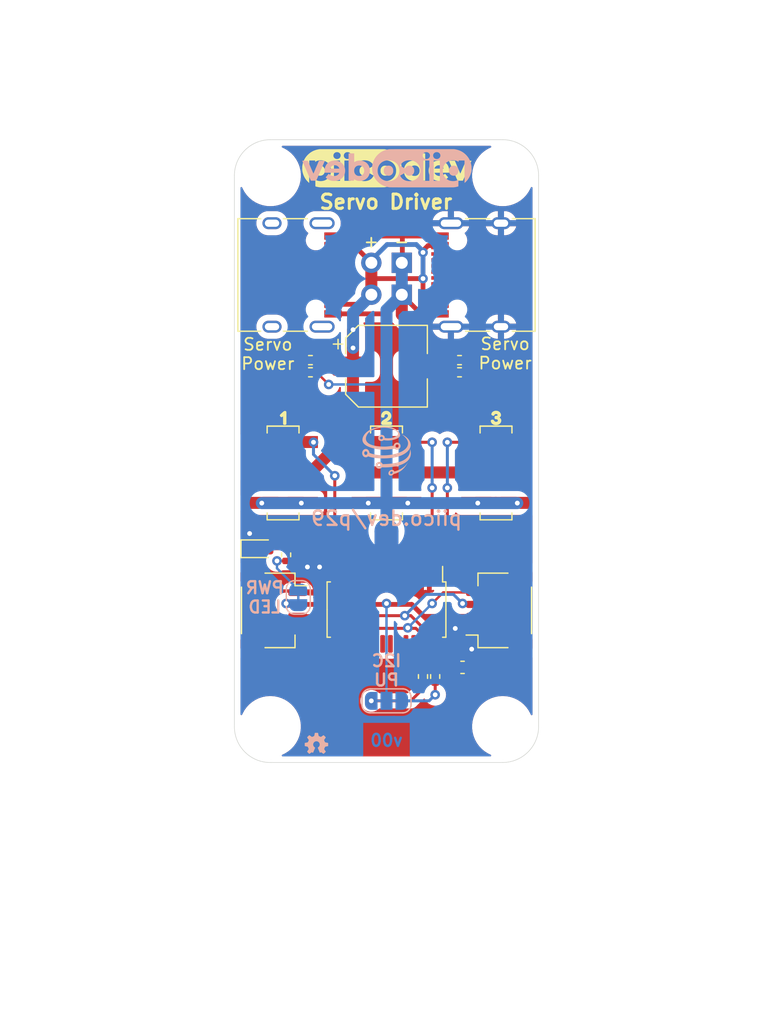
<source format=kicad_pcb>
(kicad_pcb (version 20211014) (generator pcbnew)
  (layers (0 "F.Cu" signal) (31 "B.Cu" signal) (34 "B.Paste" user) (35 "F.Paste" user) (36 "B.SilkS" user "B.Silkscreen") (37 "F.SilkS" user "F.Silkscreen") (38 "B.Mask" user) (39 "F.Mask" user) (44 "Edge.Cuts" user))
  (net 0 "")
  (net 1 "+3V3")
  (net 2 "GND")
  (net 3 "Net-(D1-Pad2)")
  (net 4 "/SCL")
  (net 5 "/SDA")
  (net 6 "Net-(JP2-Pad1)")
  (net 7 "Net-(JP2-Pad3)")
  (net 8 "/SERVO1")
  (net 9 "/SERVO2")
  (net 10 "/SERVO3")
  (net 24 "+5V")
  (net 25 "Net-(J8-PadA5)")
  (net 29 "Net-(J8-PadB5)")
  (net 33 "Net-(J9-PadA5)")
  (net 37 "Net-(J9-PadB5)")
  (net 43 "GNDPWR")
  (net 44 "Net-(R1-Pad1)")
  (footprint "Connector_JST:JST_SH_SM04B-SRSS-TB_1x04-1MP_P1.00mm_Horizontal" (layer "F.Cu") (at 106.7054 101.346 90)
    (fp_text reference "J2" hide)
    (fp_text value " ")
    (pad "1" smd roundrect locked (at -1.5 -2 90) (size 0.6 1.55) (layers "F.Cu" "F.Paste" "F.Mask") (net 2 "GND"))
    (pad "2" smd roundrect locked (at -0.5 -2 90) (size 0.6 1.55) (layers "F.Cu" "F.Paste" "F.Mask") (net 1 "+3V3"))
    (pad "3" smd roundrect locked (at 0.5 -2 90) (size 0.6 1.55) (layers "F.Cu" "F.Paste" "F.Mask") (net 5 "/SDA"))
    (pad "4" smd roundrect locked (at 1.5 -2 90) (size 0.6 1.55) (layers "F.Cu" "F.Paste" "F.Mask") (net 4 "/SCL"))
    (pad "MP" smd roundrect locked (at -2.8 1.875 90) (size 1.2 1.8) (layers "F.Cu" "F.Paste" "F.Mask") (roundrect_rratio 0.2083333333))
    (pad "MP" smd roundrect locked (at 2.8 1.875 90) (size 1.2 1.8) (layers "F.Cu" "F.Paste" "F.Mask") (roundrect_rratio 0.2083333333))
  )
  (footprint "CoreElectronics_Components:MountingHole_2.7mm_M2.5_PadClearance_1.2" (layer "F.Cu") (at 87.582 65.046)
    (fp_text reference "H1" hide)
    (fp_text value "MountingHole" hide)
    (pad "" np_thru_hole circle locked (at 0 0) (size 2.7 2.7) (drill 2.7) (layers *.Cu *.Mask))
  )
  (footprint "Fiducial:Fiducial_1mm_Mask2mm" (layer "F.Cu") (at 91.44 112.708)
    (fp_text reference "FID1" hide)
    (fp_text value "Fiducial" hide)
    (pad "" smd circle locked (at 0 0) (size 1 1) (layers "F.Cu" "F.Mask") (clearance 0.5))
  )
  (footprint "CoreElectronics_Components:MountingHole_2.7mm_M2.5_PadClearance_1.2" (layer "F.Cu") (at 106.982 65.046)
    (fp_text reference "H2" hide)
    (fp_text value "MountingHole" hide)
    (pad "" np_thru_hole circle locked (at 0 0) (size 2.7 2.7) (drill 2.7) (layers *.Cu *.Mask))
  )
  (footprint "Fiducial:Fiducial_1mm_Mask2mm" (layer "F.Cu") (at 108.0516 71.433)
    (fp_text reference "FID2" hide)
    (fp_text value "Fiducial" hide)
    (pad "" smd circle locked (at 0 0) (size 1 1) (layers "F.Cu" "F.Mask") (clearance 0.5))
  )
  (footprint "Resistor_SMD:R_0402_1005Metric" (layer "F.Cu") (at 88.9 96.706 90)
    (fp_text reference "R1" hide)
    (fp_text value "10k")
    (pad "1" smd roundrect locked (at -0.51 0 90) (size 0.54 0.64) (layers "F.Cu" "F.Paste" "F.Mask") (net 44 "Net-(R1-Pad1)"))
    (pad "2" smd roundrect locked (at 0.51 0 90) (size 0.54 0.64) (layers "F.Cu" "F.Paste" "F.Mask") (net 3 "Net-(D1-Pad2)"))
  )
  (footprint "LED_SMD:LED_0603_1608Metric" (layer "F.Cu") (at 86.614 96.198)
    (fp_text reference "D1" hide)
    (fp_text value "LED")
    (pad "1" smd roundrect locked (at -0.7875 0) (size 0.875 0.95) (layers "F.Cu" "F.Paste" "F.Mask") (net 2 "GND"))
    (pad "2" smd roundrect locked (at 0.7875 0) (size 0.875 0.95) (layers "F.Cu" "F.Paste" "F.Mask") (net 3 "Net-(D1-Pad2)"))
  )
  (footprint "Connector_JST:JST_SH_SM04B-SRSS-TB_1x04-1MP_P1.00mm_Horizontal" (layer "F.Cu") (at 87.8586 101.346 -90)
    (fp_text reference "J1" hide)
    (fp_text value " " hide)
    (pad "1" smd roundrect (at -1.5 -2 270) (size 0.6 1.55) (layers "F.Cu" "F.Paste" "F.Mask") (net 2 "GND"))
    (pad "2" smd roundrect (at -0.5 -2 270) (size 0.6 1.55) (layers "F.Cu" "F.Paste" "F.Mask") (net 1 "+3V3"))
    (pad "3" smd roundrect (at 0.5 -2 270) (size 0.6 1.55) (layers "F.Cu" "F.Paste" "F.Mask") (net 5 "/SDA"))
    (pad "4" smd roundrect (at 1.5 -2 270) (size 0.6 1.55) (layers "F.Cu" "F.Paste" "F.Mask") (net 4 "/SCL"))
    (pad "MP" smd roundrect (at 2.8 1.875 270) (size 1.2 1.8) (layers "F.Cu" "F.Paste" "F.Mask") (roundrect_rratio 0.2083333333))
    (pad "MP" smd roundrect (at -2.8 1.875 270) (size 1.2 1.8) (layers "F.Cu" "F.Paste" "F.Mask") (roundrect_rratio 0.2083333333))
  )
  (footprint "Resistor_SMD:R_0402_1005Metric" (layer "F.Cu") (at 100.33 106.866 90)
    (fp_text reference "R2" hide)
    (fp_text value "10k")
    (pad "1" smd roundrect locked (at -0.51 0 90) (size 0.54 0.64) (layers "F.Cu" "F.Paste" "F.Mask") (net 7 "Net-(JP2-Pad3)"))
    (pad "2" smd roundrect locked (at 0.51 0 90) (size 0.54 0.64) (layers "F.Cu" "F.Paste" "F.Mask") (net 4 "/SCL"))
  )
  (footprint "CoreElectronics_Artwork:piicodev_logo_14.2x3.4mm" (layer "F.Cu") (at 97.329859 64.5352)
    (fp_text reference "G1" hide)
    (fp_text value "LOGO_PiicoDev" hide)
  )
  (footprint "Resistor_SMD:R_0402_1005Metric" (layer "F.Cu") (at 101.346 106.866 90)
    (fp_text reference "R3" hide)
    (fp_text value "10k")
    (pad "1" smd roundrect locked (at -0.51 0 90) (size 0.54 0.64) (layers "F.Cu" "F.Paste" "F.Mask") (net 6 "Net-(JP2-Pad1)"))
    (pad "2" smd roundrect locked (at 0.51 0 90) (size 0.54 0.64) (layers "F.Cu" "F.Paste" "F.Mask") (net 5 "/SDA"))
  )
  (footprint "Connector_USB:USB_C_Receptacle_HRO_TYPE-C-31-M-12" (layer "F.Cu") (at 105.791 73.338 90)
    (fp_text reference "J8" hide)
    (fp_text value "USB_C_Receptacle_USB2.0")
    (pad "" np_thru_hole circle (at -2.89 -2.6 90) (size 0.65 0.65) (drill 0.65) (layers *.Cu *.Mask))
    (pad "" np_thru_hole circle (at 2.89 -2.6 90) (size 0.65 0.65) (drill 0.65) (layers *.Cu *.Mask))
    (pad "A1" smd rect (at -3.25 -4.045 90) (size 0.6 1.45) (layers "F.Cu" "F.Paste" "F.Mask") (net 43 "GNDPWR"))
    (pad "A4" smd rect (at -2.45 -4.045 90) (size 0.6 1.45) (layers "F.Cu" "F.Paste" "F.Mask") (net 24 "+5V"))
    (pad "A5" smd rect (at -1.25 -4.045 90) (size 0.3 1.45) (layers "F.Cu" "F.Paste" "F.Mask") (net 25 "Net-(J8-PadA5)"))
    (pad "A6" smd rect (at -0.25 -4.045 90) (size 0.3 1.45) (layers "F.Cu" "F.Paste" "F.Mask"))
    (pad "A7" smd rect (at 0.25 -4.045 90) (size 0.3 1.45) (layers "F.Cu" "F.Paste" "F.Mask"))
    (pad "A8" smd rect (at 1.25 -4.045 90) (size 0.3 1.45) (layers "F.Cu" "F.Paste" "F.Mask"))
    (pad "A9" smd rect (at 2.45 -4.045 90) (size 0.6 1.45) (layers "F.Cu" "F.Paste" "F.Mask") (net 24 "+5V"))
    (pad "A12" smd rect (at 3.25 -4.045 90) (size 0.6 1.45) (layers "F.Cu" "F.Paste" "F.Mask") (net 43 "GNDPWR"))
    (pad "B1" smd rect (at 3.25 -4.045 90) (size 0.6 1.45) (layers "F.Cu" "F.Paste" "F.Mask") (net 43 "GNDPWR"))
    (pad "B4" smd rect (at 2.45 -4.045 90) (size 0.6 1.45) (layers "F.Cu" "F.Paste" "F.Mask") (net 24 "+5V"))
    (pad "B5" smd rect (at 1.75 -4.045 90) (size 0.3 1.45) (layers "F.Cu" "F.Paste" "F.Mask") (net 29 "Net-(J8-PadB5)"))
    (pad "B6" smd rect (at 0.75 -4.045 90) (size 0.3 1.45) (layers "F.Cu" "F.Paste" "F.Mask"))
    (pad "B7" smd rect (at -0.75 -4.045 90) (size 0.3 1.45) (layers "F.Cu" "F.Paste" "F.Mask"))
    (pad "B8" smd rect (at -1.75 -4.045 90) (size 0.3 1.45) (layers "F.Cu" "F.Paste" "F.Mask"))
    (pad "B9" smd rect (at -2.45 -4.045 90) (size 0.6 1.45) (layers "F.Cu" "F.Paste" "F.Mask") (net 24 "+5V"))
    (pad "B12" smd rect (at -3.25 -4.045 90) (size 0.6 1.45) (layers "F.Cu" "F.Paste" "F.Mask") (net 43 "GNDPWR"))
    (pad "S1" thru_hole oval (at 4.32 1.05 90) (size 1 1.6) (drill oval 0.6 1.2) (layers *.Cu *.Mask) (net 2 "GND"))
    (pad "S1" thru_hole oval (at 4.32 -3.13 90) (size 1 2.1) (drill oval 0.6 1.7) (layers *.Cu *.Mask) (net 2 "GND"))
    (pad "S1" thru_hole oval (at -4.32 1.05 90) (size 1 1.6) (drill oval 0.6 1.2) (layers *.Cu *.Mask) (net 2 "GND"))
    (pad "S1" thru_hole oval (at -4.32 -3.13 90) (size 1 2.1) (drill oval 0.6 1.7) (layers *.Cu *.Mask) (net 2 "GND"))
  )
  (footprint "kibuzzard-63608105" (layer "F.Cu") (at 88.646 85.276)
    (fp_text reference "kibuzzard-63608105" hide)
    (fp_text value "G***" hide)
  )
  (footprint "CoreElectronics_Components:MountingHole_2.7mm_M2.5_PadClearance_1.2" (layer "F.Cu") (at 106.982 111.0488)
    (fp_text reference "H4" hide)
    (fp_text value "MountingHole" hide)
    (pad "" np_thru_hole circle locked (at 0 0) (size 2.7 2.7) (drill 2.7) (layers *.Cu *.Mask))
  )
  (footprint "CoreElectronics_Components:MountingHole_2.7mm_M2.5_PadClearance_1.2" (layer "F.Cu") (at 87.5792 111.0488)
    (fp_text reference "H3" hide)
    (fp_text value "MountingHole" hide)
    (pad "" np_thru_hole circle locked (at 0 0) (size 2.7 2.7) (drill 2.7) (layers *.Cu *.Mask))
  )
  (footprint "CoreElectronics_Components:PinHeader_1x03_P2.54mm_Vertical_SMD_Symmetric" (layer "F.Cu") (at 106.426 89.848)
    (fp_text reference "J5" hide)
    (fp_text value "Conn_01x03_Male")
    (pad "1" smd rect (at 1.655 -2.56) (size 2.51 1) (layers "F.Cu" "F.Paste" "F.Mask") (net 10 "/SERVO3"))
    (pad "1" smd rect (at -1.655 -2.56) (size 2.51 1) (layers "F.Cu" "F.Paste" "F.Mask") (net 10 "/SERVO3"))
    (pad "2" smd rect (at 1.655 -0.02) (size 2.51 1) (layers "F.Cu" "F.Paste" "F.Mask") (net 24 "+5V"))
    (pad "2" smd rect (at -1.655 -0.02) (size 2.51 1) (layers "F.Cu" "F.Paste" "F.Mask") (net 24 "+5V"))
    (pad "3" smd rect (at 1.655 2.52) (size 2.51 1) (layers "F.Cu" "F.Paste" "F.Mask") (net 43 "GNDPWR"))
    (pad "3" smd rect (at -1.655 2.52) (size 2.51 1) (layers "F.Cu" "F.Paste" "F.Mask") (net 43 "GNDPWR"))
  )
  (footprint "Resistor_SMD:R_0402_1005Metric" (layer "F.Cu") (at 90.932 80.45)
    (fp_text reference "R7" hide)
    (fp_text value "5.1k")
    (pad "1" smd roundrect (at -0.51 0) (size 0.54 0.64) (layers "F.Cu" "F.Paste" "F.Mask") (net 37 "Net-(J9-PadB5)"))
    (pad "2" smd roundrect (at 0.51 0) (size 0.54 0.64) (layers "F.Cu" "F.Paste" "F.Mask") (net 43 "GNDPWR"))
  )
  (footprint "Capacitor_SMD:CP_Elec_6.3x5.3" (layer "F.Cu") (at 97.282 80.958)
    (fp_text reference "C1" hide)
    (fp_text value "47u")
    (pad "1" smd roundrect (at -2.8 0) (size 3.5 1.6) (layers "F.Cu" "F.Paste" "F.Mask") (roundrect_rratio 0.15625) (net 24 "+5V"))
    (pad "2" smd roundrect (at 2.8 0) (size 3.5 1.6) (layers "F.Cu" "F.Paste" "F.Mask") (roundrect_rratio 0.15625) (net 43 "GNDPWR"))
  )
  (footprint "kibuzzard-6360811E" (layer "F.Cu") (at 97.282 85.276)
    (fp_text reference "kibuzzard-6360811E" hide)
    (fp_text value "G***" hide)
  )
  (footprint "Resistor_SMD:R_0402_1005Metric" (layer "F.Cu") (at 90.932 81.466)
    (fp_text reference "R6" hide)
    (fp_text value "5.1k")
    (pad "1" smd roundrect (at -0.51 0) (size 0.54 0.64) (layers "F.Cu" "F.Paste" "F.Mask") (net 33 "Net-(J9-PadA5)"))
    (pad "2" smd roundrect (at 0.51 0) (size 0.54 0.64) (layers "F.Cu" "F.Paste" "F.Mask") (net 43 "GNDPWR"))
  )
  (footprint "Capacitor_SMD:C_0603_1608Metric" (layer "F.Cu") (at 103.632 106.104)
    (fp_text reference "C2" hide)
    (fp_text value "10u")
    (pad "1" smd roundrect (at -0.775 0) (size 0.9 0.95) (layers "F.Cu" "F.Paste" "F.Mask") (net 1 "+3V3"))
    (pad "2" smd roundrect (at 0.775 0) (size 0.9 0.95) (layers "F.Cu" "F.Paste" "F.Mask") (net 2 "GND"))
  )
  (footprint "Package_SO:TSSOP-28_4.4x9.7mm_P0.65mm" (layer "F.Cu") (at 97.282 101.278 -90)
    (fp_text reference "U1" hide)
    (fp_text value "PCA9685PW")
    (pad "1" smd roundrect (at -2.8625 -4.225 270) (size 1.475 0.4) (layers "F.Cu" "F.Paste" "F.Mask") (net 2 "GND"))
    (pad "2" smd roundrect (at -2.8625 -3.575 270) (size 1.475 0.4) (layers "F.Cu" "F.Paste" "F.Mask") (net 2 "GND"))
    (pad "3" smd roundrect (at -2.8625 -2.925 270) (size 1.475 0.4) (layers "F.Cu" "F.Paste" "F.Mask") (net 2 "GND"))
    (pad "4" smd roundrect (at -2.8625 -2.275 270) (size 1.475 0.4) (layers "F.Cu" "F.Paste" "F.Mask") (net 2 "GND"))
    (pad "5" smd roundrect (at -2.8625 -1.625 270) (size 1.475 0.4) (layers "F.Cu" "F.Paste" "F.Mask") (net 2 "GND"))
    (pad "6" smd roundrect (at -2.8625 -0.975 270) (size 1.475 0.4) (layers "F.Cu" "F.Paste" "F.Mask") (net 10 "/SERVO3"))
    (pad "7" smd roundrect (at -2.8625 -0.325 270) (size 1.475 0.4) (layers "F.Cu" "F.Paste" "F.Mask") (net 9 "/SERVO2"))
    (pad "8" smd roundrect (at -2.8625 0.325 270) (size 1.475 0.4) (layers "F.Cu" "F.Paste" "F.Mask") (net 8 "/SERVO1"))
    (pad "9" smd roundrect (at -2.8625 0.975 270) (size 1.475 0.4) (layers "F.Cu" "F.Paste" "F.Mask"))
    (pad "10" smd roundrect (at -2.8625 1.625 270) (size 1.475 0.4) (layers "F.Cu" "F.Paste" "F.Mask"))
    (pad "11" smd roundrect (at -2.8625 2.275 270) (size 1.475 0.4) (layers "F.Cu" "F.Paste" "F.Mask"))
    (pad "12" smd roundrect (at -2.8625 2.925 270) (size 1.475 0.4) (layers "F.Cu" "F.Paste" "F.Mask"))
    (pad "13" smd roundrect (at -2.8625 3.575 270) (size 1.475 0.4) (layers "F.Cu" "F.Paste" "F.Mask"))
    (pad "14" smd roundrect (at -2.8625 4.225 270) (size 1.475 0.4) (layers "F.Cu" "F.Paste" "F.Mask") (net 2 "GND"))
    (pad "15" smd roundrect (at 2.8625 4.225 270) (size 1.475 0.4) (layers "F.Cu" "F.Paste" "F.Mask"))
    (pad "16" smd roundrect (at 2.8625 3.575 270) (size 1.475 0.4) (layers "F.Cu" "F.Paste" "F.Mask"))
    (pad "17" smd roundrect (at 2.8625 2.925 270) (size 1.475 0.4) (layers "F.Cu" "F.Paste" "F.Mask"))
    (pad "18" smd roundrect (at 2.8625 2.275 270) (size 1.475 0.4) (layers "F.Cu" "F.Paste" "F.Mask"))
    (pad "19" smd roundrect (at 2.8625 1.625 270) (size 1.475 0.4) (layers "F.Cu" "F.Paste" "F.Mask"))
    (pad "20" smd roundrect (at 2.8625 0.975 270) (size 1.475 0.4) (layers "F.Cu" "F.Paste" "F.Mask"))
    (pad "21" smd roundrect (at 2.8625 0.325 270) (size 1.475 0.4) (layers "F.Cu" "F.Paste" "F.Mask"))
    (pad "22" smd roundrect (at 2.8625 -0.325 270) (size 1.475 0.4) (layers "F.Cu" "F.Paste" "F.Mask"))
    (pad "23" smd roundrect (at 2.8625 -0.975 270) (size 1.475 0.4) (layers "F.Cu" "F.Paste" "F.Mask") (net 2 "GND"))
    (pad "24" smd roundrect (at 2.8625 -1.625 270) (size 1.475 0.4) (layers "F.Cu" "F.Paste" "F.Mask") (net 2 "GND"))
    (pad "25" smd roundrect (at 2.8625 -2.275 270) (size 1.475 0.4) (layers "F.Cu" "F.Paste" "F.Mask"))
    (pad "26" smd roundrect (at 2.8625 -2.925 270) (size 1.475 0.4) (layers "F.Cu" "F.Paste" "F.Mask") (net 4 "/SCL"))
    (pad "27" smd roundrect (at 2.8625 -3.575 270) (size 1.475 0.4) (layers "F.Cu" "F.Paste" "F.Mask") (net 5 "/SDA"))
    (pad "28" smd roundrect (at 2.8625 -4.225 270) (size 1.475 0.4) (layers "F.Cu" "F.Paste" "F.Mask") (net 1 "+3V3"))
  )
  (footprint "kibuzzard-6360812A" (layer "F.Cu") (at 106.426 85.276)
    (fp_text reference "kibuzzard-6360812A" hide)
    (fp_text value "G***" hide)
  )
  (footprint "Connector_USB:USB_C_Receptacle_HRO_TYPE-C-31-M-12" (layer "F.Cu") (at 88.773 73.338 -90)
    (fp_text reference "J9" hide)
    (fp_text value "USB_C_Receptacle_USB2.0")
    (pad "" np_thru_hole circle (at -2.89 -2.6 270) (size 0.65 0.65) (drill 0.65) (layers *.Cu *.Mask))
    (pad "" np_thru_hole circle (at 2.89 -2.6 270) (size 0.65 0.65) (drill 0.65) (layers *.Cu *.Mask))
    (pad "A1" smd rect (at -3.25 -4.045 270) (size 0.6 1.45) (layers "F.Cu" "F.Paste" "F.Mask") (net 43 "GNDPWR"))
    (pad "A4" smd rect (at -2.45 -4.045 270) (size 0.6 1.45) (layers "F.Cu" "F.Paste" "F.Mask") (net 24 "+5V"))
    (pad "A5" smd rect (at -1.25 -4.045 270) (size 0.3 1.45) (layers "F.Cu" "F.Paste" "F.Mask") (net 33 "Net-(J9-PadA5)"))
    (pad "A6" smd rect (at -0.25 -4.045 270) (size 0.3 1.45) (layers "F.Cu" "F.Paste" "F.Mask"))
    (pad "A7" smd rect (at 0.25 -4.045 270) (size 0.3 1.45) (layers "F.Cu" "F.Paste" "F.Mask"))
    (pad "A8" smd rect (at 1.25 -4.045 270) (size 0.3 1.45) (layers "F.Cu" "F.Paste" "F.Mask"))
    (pad "A9" smd rect (at 2.45 -4.045 270) (size 0.6 1.45) (layers "F.Cu" "F.Paste" "F.Mask") (net 24 "+5V"))
    (pad "A12" smd rect (at 3.25 -4.045 270) (size 0.6 1.45) (layers "F.Cu" "F.Paste" "F.Mask") (net 43 "GNDPWR"))
    (pad "B1" smd rect (at 3.25 -4.045 270) (size 0.6 1.45) (layers "F.Cu" "F.Paste" "F.Mask") (net 43 "GNDPWR"))
    (pad "B4" smd rect (at 2.45 -4.045 270) (size 0.6 1.45) (layers "F.Cu" "F.Paste" "F.Mask") (net 24 "+5V"))
    (pad "B5" smd rect (at 1.75 -4.045 270) (size 0.3 1.45) (layers "F.Cu" "F.Paste" "F.Mask") (net 37 "Net-(J9-PadB5)"))
    (pad "B6" smd rect (at 0.75 -4.045 270) (size 0.3 1.45) (layers "F.Cu" "F.Paste" "F.Mask"))
    (pad "B7" smd rect (at -0.75 -4.045 270) (size 0.3 1.45) (layers "F.Cu" "F.Paste" "F.Mask"))
    (pad "B8" smd rect (at -1.75 -4.045 270) (size 0.3 1.45) (layers "F.Cu" "F.Paste" "F.Mask"))
    (pad "B9" smd rect (at -2.45 -4.045 270) (size 0.6 1.45) (layers "F.Cu" "F.Paste" "F.Mask") (net 24 "+5V"))
    (pad "B12" smd rect (at -3.25 -4.045 270) (size 0.6 1.45) (layers "F.Cu" "F.Paste" "F.Mask") (net 43 "GNDPWR"))
    (pad "S1" thru_hole oval (at -4.32 1.05 270) (size 1 1.6) (drill oval 0.6 1.2) (layers *.Cu *.Mask))
    (pad "S1" thru_hole oval (at 4.32 -3.13 270) (size 1 2.1) (drill oval 0.6 1.7) (layers *.Cu *.Mask))
    (pad "S1" thru_hole oval (at 4.32 1.05 270) (size 1 1.6) (drill oval 0.6 1.2) (layers *.Cu *.Mask))
    (pad "S1" thru_hole oval (at -4.32 -3.13 270) (size 1 2.1) (drill oval 0.6 1.7) (layers *.Cu *.Mask))
  )
  (footprint "Connector_PinHeader_2.54mm:PinHeader_1x02_P2.54mm_Vertical" (layer "F.Cu") (at 98.557 74.989 -90)
    (fp_text reference "J7" hide)
    (fp_text value "Conn_01x02_Male")
    (pad "1" thru_hole rect (at 0 0 270) (size 1.7 1.7) (drill 1) (layers *.Cu *.Mask) (net 43 "GNDPWR"))
    (pad "2" thru_hole oval (at 0 2.54 270) (size 1.7 1.7) (drill 1) (layers *.Cu *.Mask) (net 24 "+5V"))
  )
  (footprint "Resistor_SMD:R_0402_1005Metric" (layer "F.Cu") (at 103.378 80.45 180)
    (fp_text reference "R5" hide)
    (fp_text value "5.1k")
    (pad "1" smd roundrect (at -0.51 0 180) (size 0.54 0.64) (layers "F.Cu" "F.Paste" "F.Mask") (net 25 "Net-(J8-PadA5)"))
    (pad "2" smd roundrect (at 0.51 0 180) (size 0.54 0.64) (layers "F.Cu" "F.Paste" "F.Mask") (net 43 "GNDPWR"))
  )
  (footprint "CoreElectronics_Components:PinHeader_1x03_P2.54mm_Vertical_SMD_Symmetric" (layer "F.Cu") (at 88.646 89.848)
    (fp_text reference "J3" hide)
    (fp_text value "Conn_01x03_Male")
    (pad "1" smd rect (at 1.655 -2.56) (size 2.51 1) (layers "F.Cu" "F.Paste" "F.Mask") (net 8 "/SERVO1"))
    (pad "1" smd rect (at -1.655 -2.56) (size 2.51 1) (layers "F.Cu" "F.Paste" "F.Mask") (net 8 "/SERVO1"))
    (pad "2" smd rect (at 1.655 -0.02) (size 2.51 1) (layers "F.Cu" "F.Paste" "F.Mask") (net 24 "+5V"))
    (pad "2" smd rect (at -1.655 -0.02) (size 2.51 1) (layers "F.Cu" "F.Paste" "F.Mask") (net 24 "+5V"))
    (pad "3" smd rect (at 1.655 2.52) (size 2.51 1) (layers "F.Cu" "F.Paste" "F.Mask") (net 43 "GNDPWR"))
    (pad "3" smd rect (at -1.655 2.52) (size 2.51 1) (layers "F.Cu" "F.Paste" "F.Mask") (net 43 "GNDPWR"))
  )
  (footprint "CoreElectronics_Components:PinHeader_1x03_P2.54mm_Vertical_SMD_Symmetric" (layer "F.Cu") (at 97.282 89.848)
    (fp_text reference "J4" hide)
    (fp_text value "Conn_01x03_Male")
    (pad "1" smd rect (at 1.655 -2.56) (size 2.51 1) (layers "F.Cu" "F.Paste" "F.Mask") (net 9 "/SERVO2"))
    (pad "1" smd rect (at -1.655 -2.56) (size 2.51 1) (layers "F.Cu" "F.Paste" "F.Mask") (net 9 "/SERVO2"))
    (pad "2" smd rect (at 1.655 -0.02) (size 2.51 1) (layers "F.Cu" "F.Paste" "F.Mask") (net 24 "+5V"))
    (pad "2" smd rect (at -1.655 -0.02) (size 2.51 1) (layers "F.Cu" "F.Paste" "F.Mask") (net 24 "+5V"))
    (pad "3" smd rect (at 1.655 2.52) (size 2.51 1) (layers "F.Cu" "F.Paste" "F.Mask") (net 43 "GNDPWR"))
    (pad "3" smd rect (at -1.655 2.52) (size 2.51 1) (layers "F.Cu" "F.Paste" "F.Mask") (net 43 "GNDPWR"))
  )
  (footprint "Resistor_SMD:R_0402_1005Metric" (layer "F.Cu") (at 103.378 81.466 180)
    (fp_text reference "R4" hide)
    (fp_text value "5.1k")
    (pad "1" smd roundrect (at -0.51 0 180) (size 0.54 0.64) (layers "F.Cu" "F.Paste" "F.Mask") (net 29 "Net-(J8-PadB5)"))
    (pad "2" smd roundrect (at 0.51 0 180) (size 0.54 0.64) (layers "F.Cu" "F.Paste" "F.Mask") (net 43 "GNDPWR"))
  )
  (footprint "Connector_PinHeader_2.54mm:PinHeader_1x02_P2.54mm_Vertical" (layer "F.Cu") (at 98.557 72.322 -90)
    (fp_text reference "J6" hide)
    (fp_text value "Conn_01x02_Male")
    (pad "1" thru_hole rect (at 0 0 270) (size 1.7 1.7) (drill 1) (layers *.Cu *.Mask) (net 43 "GNDPWR"))
    (pad "2" thru_hole oval (at 0 2.54 270) (size 1.7 1.7) (drill 1) (layers *.Cu *.Mask) (net 24 "+5V"))
  )
  (footprint "CoreElectronics_Artwork:piicodev_logo_14.2x3.4mm" (layer "B.Cu") (at 97.297953 64.5352 180)
    (fp_text reference "G3" hide)
    (fp_text value "LOGO_made-with-love" hide)
  )
  (footprint "CoreElectronics_Artwork:oshw" (layer "B.Cu") (at 91.44 112.454 180)
    (fp_text reference "LOGO1" hide)
    (fp_text value "Logo_Open_Hardware_Small" hide)
  )
  (footprint "CoreElectronics_Components:SolderJumper-3_P1.3mm_Closed_RoundedPad1.0x1.5mm_NumberLabels" (layer "B.Cu") (at 97.282 108.898 180)
    (fp_text reference "JP2" hide)
    (fp_text value "I2C PU")
    (fp_line (start -0.85 0) (end 0.85 0) (layer "B.Cu") (width 0.2))
    (pad "1" smd custom locked (at -1.3 0 180) (size 1 0.5) (layers "B.Cu" "B.Mask") (net 6 "Net-(JP2-Pad1)") (options (clearance outline) (anchor rect)) (primitives (gr_circle (center 0 -0.25) (end 0.5 -0.25) (width 0) (fill yes)) (gr_circle (center 0 0.25) (end 0.5 0.25) (width 0) (fill yes)) (gr_poly (pts (xy 0.55 0.75) (xy 0 0.75) (xy 0 -0.75) (xy 0.55 -0.75)) (width 0) (fill yes))))
    (pad "2" smd rect locked (at 0 0 180) (size 1 1.5) (layers "B.Cu" "B.Mask") (net 1 "+3V3"))
    (pad "3" smd custom locked (at 1.3 0 180) (size 1 0.5) (layers "B.Cu" "B.Mask") (net 7 "Net-(JP2-Pad3)") (options (clearance outline) (anchor rect)) (primitives (gr_circle (center 0 -0.25) (end 0.5 -0.25) (width 0) (fill yes)) (gr_circle (center 0 0.25) (end 0.5 0.25) (width 0) (fill yes)) (gr_poly (pts (xy -0.55 0.75) (xy 0 0.75) (xy 0 -0.75) (xy -0.55 -0.75)) (width 0) (fill yes))))
  )
  (footprint "CoreElectronics_Artwork:CoreElectronics_logo_5mm_v2" (layer "B.Cu") (at 97.282 88.047663 180)
    (fp_text reference "G2" hide)
    (fp_text value "LOGO_CoreElectronics_no-text" hide)
  )
  (footprint "CoreElectronics_Components:SolderJumper-2_P1.3mm_Bridged_RoundedPad1.0x1.5mm" (layer "B.Cu") (at 89.916 100.262 -90)
    (fp_text reference "JP1" hide)
    (fp_text value "PWR LED")
    (fp_poly (pts (xy 0.25 0.1) (xy -0.25 0.1) (xy -0.25 -0.1) (xy 0.25 -0.1)) (layer "B.Cu") (width 0) (fill solid))
    (pad "1" smd custom locked (at -0.65 0 270) (size 1 0.5) (layers "B.Cu" "B.Mask") (net 44 "Net-(R1-Pad1)") (options (clearance outline) (anchor rect)) (primitives (gr_circle (center 0 -0.25) (end 0.5 -0.25) (width 0) (fill yes)) (gr_circle (center 0 0.25) (end 0.5 0.25) (width 0) (fill yes)) (gr_poly (pts (xy 0 0.75) (xy 0.5 0.75) (xy 0.5 -0.75) (xy 0 -0.75)) (width 0) (fill yes))))
    (pad "2" smd custom locked (at 0.65 0 270) (size 1 0.5) (layers "B.Cu" "B.Mask") (net 1 "+3V3") (options (clearance outline) (anchor rect)) (primitives (gr_circle (center 0 -0.25) (end 0.5 -0.25) (width 0) (fill yes)) (gr_circle (center 0 0.25) (end 0.5 0.25) (width 0) (fill yes)) (gr_poly (pts (xy 0 0.75) (xy -0.5 0.75) (xy -0.5 -0.75) (xy 0 -0.75)) (width 0) (fill yes))))
  )
  (footprint "NetTie:NetTie-2_SMD_Pad2.0mm" (layer "B.Cu") (at 97.282 96.706 90)
    (fp_text reference "NT1" hide)
    (fp_text value "NetTie_2")
    (fp_poly (pts (xy -2 1) (xy 2 1) (xy 2 -1) (xy -2 -1)) (layer "B.Cu") (width 0) (fill solid))
    (pad "1" smd circle (at -2 0 90) (size 2 2) (layers "B.Cu") (net 2 "GND"))
    (pad "2" smd circle (at 2 0 90) (size 2 2) (layers "B.Cu") (net 43 "GNDPWR"))
  )
  (gr_arc (start 109.982 110.998) (mid 109.119589 113.147586) (end 106.9848 114.046) (layer "Edge.Cuts") (width 0.05))
  (gr_arc (start 87.63 114.046) (mid 85.475881 113.188199) (end 84.582 111.0488) (layer "Edge.Cuts") (width 0.05))
  (gr_line (start 106.9848 114.046) (end 87.63 114.046) (layer "Edge.Cuts") (width 0.05))
  (gr_line (start 84.582 111.0488) (end 84.582 65.0206) (layer "Edge.Cuts") (width 0.05))
  (gr_arc (start 84.582 65.0206) (mid 85.469638 62.915706) (end 87.582 62.046) (layer "Edge.Cuts") (width 0.05))
  (gr_arc (start 106.982 62.046) (mid 109.085458 62.906765) (end 109.982 64.9952) (layer "Edge.Cuts") (width 0.05))
  (gr_line (start 87.582 62.046) (end 106.982 62.046) (layer "Edge.Cuts") (width 0.05))
  (gr_line (start 109.982 64.9952) (end 109.982 110.998) (layer "Edge.Cuts") (width 0.05))
  (gr_text "v00" (at 97.282 112.2) (layer "B.Cu") (effects (font (size 1 1) (thickness 0.2)) (justify mirror)))
  (gr_text "piico.dev/p29" (at 97.282 93.658) (layer "B.SilkS") (effects (font (size 1.2 1.2) (thickness 0.2)) (justify mirror)))
  (gr_text "I2C\nPU" (at 97.282 106.358) (layer "B.SilkS") (effects (font (size 1 1) (thickness 0.2)) (justify mirror)))
  (gr_text "PWR\nLED" (at 87.122 100.262) (layer "B.SilkS") (effects (font (size 1 1) (thickness 0.2)) (justify mirror)))
  (gr_text "+" (at 96.012 70.544) (layer "F.SilkS") (effects (font (size 1 1))))
  (gr_text "-" (at 98.552 70.544) (layer "F.SilkS") (effects (font (size 1 1))))
  (gr_text "Servo\nPower" (at 107.188 79.898) (layer "F.SilkS") (effects (font (size 1 1))))
  (gr_text "Servo\nPower" (at 87.376 79.942) (layer "F.SilkS") (effects (font (size 1 1))))
  (gr_text "Servo Driver" (at 97.2312 67.242) (layer "F.SilkS") (effects (font (size 1.2 1.2) (thickness 0.25))))
  (segment (start 97.282 100.77) (end 97.206 100.846) (width 0.2) (layer "F.Cu") (net 1))
  (segment (start 88.976 100.846) (end 89.8586 100.846) (width 0.2) (layer "F.Cu") (net 1))
  (segment (start 97.104 100.846) (end 99.39 100.846) (width 0.4) (layer "F.Cu") (net 1))
  (segment (start 100.39 101.846) (end 104.7054 101.846) (width 0.4) (layer "F.Cu") (net 1))
  (segment (start 99.39 100.846) (end 100.39 101.846) (width 0.4) (layer "F.Cu") (net 1))
  (segment (start 101.507 102.963) (end 101.507 104.1405) (width 0.4) (layer "F.Cu") (net 1))
  (segment (start 97.206 100.846) (end 97.104 100.846) (width 0.2) (layer "F.Cu") (net 1))
  (segment (start 101.507 104.1405) (end 101.507 104.7918) (width 0.4) (layer "F.Cu") (net 1))
  (segment (start 102.8192 106.104) (end 102.857 106.104) (width 0.4) (layer "F.Cu") (net 1))
  (segment (start 101.507 104.7918) (end 102.8192 106.104) (width 0.4) (layer "F.Cu") (net 1))
  (segment (start 99.39 100.846) (end 101.507 102.963) (width 0.4) (layer "F.Cu") (net 1))
  (segment (start 89.8586 100.846) (end 97.104 100.846) (width 0.4) (layer "F.Cu") (net 1))
  (segment (start 88.9 100.77) (end 88.976 100.846) (width 0.2) (layer "F.Cu") (net 1))
  (via (at 97.282 100.77) (size 0.8) (drill 0.4) (layers "F.Cu" "B.Cu") (net 1))
  (via (at 88.9 100.77) (size 0.8) (drill 0.4) (layers "F.Cu" "B.Cu") (net 1))
  (segment (start 97.282 100.77) (end 97.282 108.898) (width 0.2) (layer "B.Cu") (net 1))
  (segment (start 88.9 100.77) (end 89.042 100.912) (width 0.2) (layer "B.Cu") (net 1))
  (segment (start 89.042 100.912) (end 89.916 100.912) (width 0.2) (layer "B.Cu") (net 1))
  (segment (start 93.057 98.4155) (end 93.057 97.053) (width 0.2) (layer "F.Cu") (net 2))
  (segment (start 104.7054 102.846) (end 104.1959 102.846) (width 0.2) (layer "F.Cu") (net 2))
  (segment (start 85.8265 94.9535) (end 85.852 94.928) (width 0.25) (layer "F.Cu") (net 2))
  (segment (start 98.6028 105.6976) (end 98.907 105.3934) (width 0.2) (layer "F.Cu") (net 2))
  (segment (start 93.057 97.053) (end 92.964 96.96) (width 0.2) (layer "F.Cu") (net 2))
  (segment (start 85.8265 96.198) (end 85.8265 94.9535) (width 0.25) (layer "F.Cu") (net 2))
  (segment (start 104.7054 102.846) (end 104.116 102.846) (width 0.2) (layer "F.Cu") (net 2))
  (segment (start 98.257 105.3518) (end 98.6028 105.6976) (width 0.2) (layer "F.Cu") (net 2))
  (segment (start 98.907 105.3934) (end 98.907 104.1405) (width 0.2) (layer "F.Cu") (net 2))
  (segment (start 104.1092 102.8528) (end 103.0224 102.8528) (width 0.4) (layer "F.Cu") (net 2))
  (segment (start 104.116 102.846) (end 104.1092 102.8528) (width 0.4) (layer "F.Cu") (net 2))
  (segment (start 98.257 104.1405) (end 98.257 105.3518) (width 0.2) (layer "F.Cu") (net 2))
  (via (at 90.678 97.722) (size 0.8) (drill 0.4) (layers "F.Cu" "B.Cu") (net 2))
  (via (at 85.852 94.928) (size 0.8) (drill 0.4) (layers "F.Cu" "B.Cu") (net 2))
  (via (at 103.0224 102.8528) (size 0.8) (drill 0.4) (layers "F.Cu" "B.Cu") (net 2))
  (via (at 104.394 104.58) (size 0.8) (drill 0.4) (layers "F.Cu" "B.Cu") (net 2))
  (via (at 91.694 97.722) (size 0.8) (drill 0.4) (layers "F.Cu" "B.Cu") (net 2))
  (segment (start 87.4015 96.198) (end 88.898 96.198) (width 0.25) (layer "F.Cu") (net 3))
  (segment (start 88.898 96.198) (end 88.9 96.196) (width 0.25) (layer "F.Cu") (net 3))
  (segment (start 99.739 102.846) (end 100.207 103.314) (width 0.25) (layer "F.Cu") (net 4))
  (segment (start 89.8586 102.846) (end 97.58 102.846) (width 0.25) (layer "F.Cu") (net 4))
  (segment (start 100.207 106.233) (end 100.33 106.356) (width 0.25) (layer "F.Cu") (net 4))
  (segment (start 99.016 102.846) (end 97.58 102.846) (width 0.2) (layer "F.Cu") (net 4))
  (segment (start 97.58 102.846) (end 99.739 102.846) (width 0.25) (layer "F.Cu") (net 4))
  (segment (start 104.7054 99.846) (end 102.016 99.846) (width 0.2) (layer "F.Cu") (net 4))
  (segment (start 100.207 103.314) (end 100.207 104.1405) (width 0.25) (layer "F.Cu") (net 4))
  (segment (start 100.207 104.1405) (end 100.207 106.233) (width 0.25) (layer "F.Cu") (net 4))
  (segment (start 99.06 102.802) (end 99.016 102.846) (width 0.2) (layer "F.Cu") (net 4))
  (segment (start 102.016 99.846) (end 101.092 100.77) (width 0.2) (layer "F.Cu") (net 4))
  (via (at 101.092 100.77) (size 0.8) (drill 0.4) (layers "F.Cu" "B.Cu") (net 4))
  (via (at 99.06 102.802) (size 0.8) (drill 0.4) (layers "F.Cu" "B.Cu") (net 4))
  (segment (start 99.06 102.802) (end 101.092 100.77) (width 0.2) (layer "B.Cu") (net 4))
  (segment (start 101.346 105.6976) (end 101.346 106.356) (width 0.25) (layer "F.Cu") (net 5))
  (segment (start 103.632 100.77) (end 103.708 100.846) (width 0.25) (layer "F.Cu") (net 5))
  (segment (start 100.857 103.329) (end 100.857 104.1405) (width 0.25) (layer "F.Cu") (net 5))
  (segment (start 89.8586 101.846) (end 89.9186 101.786) (width 0.25) (layer "F.Cu") (net 5))
  (segment (start 100.857 105.2086) (end 101.346 105.6976) (width 0.25) (layer "F.Cu") (net 5))
  (segment (start 100.857 104.1405) (end 100.857 105.2086) (width 0.25) (layer "F.Cu") (net 5))
  (segment (start 99.314 101.786) (end 100.857 103.329) (width 0.25) (layer "F.Cu") (net 5))
  (segment (start 103.708 100.846) (end 104.7054 100.846) (width 0.25) (layer "F.Cu") (net 5))
  (segment (start 89.9186 101.786) (end 98.806 101.786) (width 0.25) (layer "F.Cu") (net 5))
  (segment (start 98.806 101.786) (end 99.314 101.786) (width 0.25) (layer "F.Cu") (net 5))
  (via (at 103.632 100.77) (size 0.8) (drill 0.4) (layers "F.Cu" "B.Cu") (net 5))
  (via (at 98.806 101.786) (size 0.8) (drill 0.4) (layers "F.Cu" "B.Cu") (net 5))
  (segment (start 100.584 100.008) (end 102.87 100.008) (width 0.25) (layer "B.Cu") (net 5))
  (segment (start 98.806 101.786) (end 100.584 100.008) (width 0.25) (layer "B.Cu") (net 5))
  (segment (start 102.87 100.008) (end 103.632 100.77) (width 0.25) (layer "B.Cu") (net 5))
  (segment (start 101.346 108.39) (end 101.346 107.376) (width 0.25) (layer "F.Cu") (net 6))
  (via (at 101.346 108.39) (size 0.8) (drill 0.4) (layers "F.Cu" "B.Cu") (net 6))
  (segment (start 98.582 108.898) (end 100.838 108.898) (width 0.25) (layer "B.Cu") (net 6))
  (segment (start 100.838 108.898) (end 101.346 108.39) (width 0.25) (layer "B.Cu") (net 6))
  (segment (start 99.314 108.898) (end 96.012 108.898) (width 0.25) (layer "F.Cu") (net 7))
  (segment (start 100.33 107.376) (end 100.33 107.882) (width 0.25) (layer "F.Cu") (net 7))
  (segment (start 100.33 107.882) (end 99.314 108.898) (width 0.25) (layer "F.Cu") (net 7))
  (via (at 96.012 108.898) (size 0.8) (drill 0.4) (layers "F.Cu" "B.Cu") (net 7))
  (segment (start 96.957 97.651) (end 92.964 93.658) (width 0.25) (layer "F.Cu") (net 8))
  (segment (start 92.964 93.658) (end 92.964 90.102) (width 0.25) (layer "F.Cu") (net 8))
  (segment (start 96.957 98.4155) (end 96.957 97.651) (width 0.25) (layer "F.Cu") (net 8))
  (segment (start 90.301 87.288) (end 86.991 87.288) (width 0.2) (layer "F.Cu") (net 8))
  (segment (start 91.186 87.308) (end 91.166 87.288) (width 0.25) (layer "F.Cu") (net 8))
  (segment (start 91.166 87.288) (end 90.301 87.288) (width 0.25) (layer "F.Cu") (net 8))
  (via (at 91.186 87.308) (size 0.8) (drill 0.4) (layers "F.Cu" "B.Cu") (net 8))
  (via (at 92.964 90.102) (size 0.8) (drill 0.4) (layers "F.Cu" "B.Cu") (net 8))
  (segment (start 92.964 90.102) (end 91.186 88.324) (width 0.25) (layer "B.Cu") (net 8))
  (segment (start 91.186 88.324) (end 91.186 87.308) (width 0.25) (layer "B.Cu") (net 8))
  (segment (start 97.607 97.143) (end 101.092 93.658) (width 0.25) (layer "F.Cu") (net 9))
  (segment (start 98.957 87.308) (end 98.937 87.288) (width 0.25) (layer "F.Cu") (net 9))
  (segment (start 95.627 87.288) (end 98.937 87.288) (width 0.2) (layer "F.Cu") (net 9))
  (segment (start 101.092 93.658) (end 101.092 91.118) (width 0.25) (layer "F.Cu") (net 9))
  (segment (start 97.607 98.4155) (end 97.607 97.143) (width 0.25) (layer "F.Cu") (net 9))
  (segment (start 101.092 87.308) (end 98.957 87.308) (width 0.25) (layer "F.Cu") (net 9))
  (via (at 101.092 87.308) (size 0.8) (drill 0.4) (layers "F.Cu" "B.Cu") (net 9))
  (via (at 101.092 91.118) (size 0.8) (drill 0.4) (layers "F.Cu" "B.Cu") (net 9))
  (segment (start 101.092 87.308) (end 101.092 91.118) (width 0.25) (layer "B.Cu") (net 9))
  (segment (start 104.771 87.288) (end 108.081 87.288) (width 0.2) (layer "F.Cu") (net 10))
  (segment (start 98.257 97.509) (end 102.362 93.404) (width 0.25) (layer "F.Cu") (net 10))
  (segment (start 102.362 93.404) (end 102.362 91.118) (width 0.25) (layer "F.Cu") (net 10))
  (segment (start 98.257 98.4155) (end 98.257 97.509) (width 0.25) (layer "F.Cu") (net 10))
  (segment (start 104.751 87.308) (end 104.771 87.288) (width 0.25) (layer "F.Cu") (net 10))
  (segment (start 102.362 87.308) (end 104.751 87.308) (width 0.25) (layer "F.Cu") (net 10))
  (via (at 102.362 87.308) (size 0.8) (drill 0.4) (layers "F.Cu" "B.Cu") (net 10))
  (via (at 102.362 91.118) (size 0.8) (drill 0.4) (layers "F.Cu" "B.Cu") (net 10))
  (segment (start 102.362 91.118) (end 102.362 87.308) (width 0.25) (layer "B.Cu") (net 10))
  (segment (start 92.818 75.788) (end 95.218 75.788) (width 0.4) (layer "F.Cu") (net 24))
  (segment (start 90.301 89.828) (end 86.991 89.828) (width 1) (layer "F.Cu") (net 24))
  (segment (start 94.482 83.504) (end 92.964 85.022) (width 1) (layer "F.Cu") (net 24))
  (segment (start 95.218 75.788) (end 96.017 74.989) (width 0.4) (layer "F.Cu") (net 24))
  (segment (start 101.746 75.788) (end 100.494 75.788) (width 0.4) (layer "F.Cu") (net 24))
  (segment (start 92.964 87.562) (end 95.23 89.828) (width 1) (layer "F.Cu") (net 24))
  (segment (start 94.482 79.44) (end 94.482 80.958) (width 1) (layer "F.Cu") (net 24))
  (segment (start 95.23 89.828) (end 95.627 89.828) (width 1) (layer "F.Cu") (net 24))
  (segment (start 100.33 73.6428) (end 100.33 73.592) (width 0.4) (layer "F.Cu") (net 24))
  (segment (start 100.33 73.592) (end 100.33 71.306) (width 0.4) (layer "F.Cu") (net 24))
  (segment (start 100.33 71.306) (end 100.748 70.888) (width 0.4) (layer "F.Cu") (net 24))
  (segment (start 100.748 70.888) (end 101.746 70.888) (width 0.4) (layer "F.Cu") (net 24))
  (segment (start 98.937 89.828) (end 104.771 89.828) (width 1) (layer "F.Cu") (net 24))
  (segment (start 100.494 75.788) (end 100.33 75.624) (width 0.4) (layer "F.Cu") (net 24))
  (segment (start 96.017 72.322) (end 96.017 73.587) (width 1) (layer "F.Cu") (net 24))
  (segment (start 92.964 87.816) (end 90.952 89.828) (width 1) (layer "F.Cu") (net 24))
  (segment (start 94.482 80.958) (end 94.482 83.504) (width 1) (layer "F.Cu") (net 24))
  (segment (start 92.964 85.022) (end 92.964 87.816) (width 1) (layer "F.Cu") (net 24))
  (segment (start 100.33 75.624) (end 100.33 73.6428) (width 0.4) (layer "F.Cu") (net 24))
  (segment (start 90.952 89.828) (end 90.301 89.828) (width 1) (layer "F.Cu") (net 24))
  (segment (start 96.0728 73.6428) (end 96.017 73.587) (width 0.4) (layer "F.Cu") (net 24))
  (segment (start 96.017 73.587) (end 96.017 74.989) (width 1) (layer "F.Cu") (net 24))
  (segment (start 100.2792 73.6428) (end 96.0728 73.6428) (width 0.4) (layer "F.Cu") (net 24))
  (segment (start 104.771 89.828) (end 108.081 89.828) (width 1) (layer "F.Cu") (net 24))
  (segment (start 94.488 79.434) (end 94.482 79.44) (width 1) (layer "F.Cu") (net 24))
  (segment (start 100.33 73.592) (end 100.2792 73.6428) (width 0.4) (layer "F.Cu") (net 24))
  (segment (start 95.627 89.828) (end 98.937 89.828) (width 1) (layer "F.Cu") (net 24))
  (segment (start 94.488 79.434) (end 94.488 77.91) (width 1) (layer "F.Cu") (net 24))
  (segment (start 92.818 70.888) (end 94.583 70.888) (width 0.4) (layer "F.Cu") (net 24))
  (segment (start 94.583 70.888) (end 96.017 72.322) (width 0.4) (layer "F.Cu") (net 24))
  (via (at 100.33 71.4584) (size 0.8) (drill 0.4) (layers "F.Cu" "B.Cu") (net 24))
  (via (at 94.488 77.91) (size 0.8) (drill 0.4) (layers "F.Cu" "B.Cu") (net 24))
  (via (at 100.33 73.6428) (size 0.8) (drill 0.4) (layers "F.Cu" "B.Cu") (net 24))
  (via (at 94.488 79.434) (size 0.8) (drill 0.4) (layers "F.Cu" "B.Cu") (net 24))
  (segment (start 99.7712 70.798) (end 97.3328 70.798) (width 0.4) (layer "B.Cu") (net 24))
  (segment (start 100.33 71.3568) (end 99.7712 70.798) (width 0.4) (layer "B.Cu") (net 24))
  (segment (start 94.488 76.518) (end 96.017 74.989) (width 1) (layer "B.Cu") (net 24))
  (segment (start 94.488 79.434) (end 94.488 76.518) (width 1) (layer "B.Cu") (net 24))
  (segment (start 100.33 71.4584) (end 100.33 71.3568) (width 0.4) (layer "B.Cu") (net 24))
  (segment (start 96.017 72.703) (end 96.017 71.936) (width 0.25) (layer "B.Cu") (net 24))
  (segment (start 97.3328 70.798) (end 96.017 72.1138) (width 0.4) (layer "B.Cu") (net 24))
  (segment (start 100.33 73.6428) (end 100.33 71.4584) (width 0.4) (layer "B.Cu") (net 24))
  (segment (start 96.017 72.1138) (end 96.017 72.322) (width 0.4) (layer "B.Cu") (net 24))
  (segment (start 104.394 79.944) (end 104.394 75.37) (width 0.25) (layer "F.Cu") (net 25))
  (segment (start 101.746 74.588) (end 103.612 74.588) (width 0.25) (layer "F.Cu") (net 25))
  (segment (start 103.888 80.45) (end 104.394 79.944) (width 0.25) (layer "F.Cu") (net 25))
  (segment (start 104.394 75.37) (end 103.612 74.588) (width 0.25) (layer "F.Cu") (net 25))
  (segment (start 102.898 71.588) (end 101.746 71.588) (width 0.25) (layer "F.Cu") (net 29))
  (segment (start 105.156 80.198) (end 105.156 73.846) (width 0.25) (layer "F.Cu") (net 29))
  (segment (start 105.156 73.846) (end 102.898 71.588) (width 0.25) (layer "F.Cu") (net 29))
  (segment (start 103.888 81.466) (end 105.156 80.198) (width 0.25) (layer "F.Cu") (net 29))
  (segment (start 89.408 80.704) (end 89.408 73.846) (width 0.25) (layer "F.Cu") (net 33))
  (segment (start 90.422 81.466) (end 90.17 81.466) (width 0.25) (layer "F.Cu") (net 33))
  (segment (start 91.166 72.088) (end 92.818 72.088) (width 0.25) (layer "F.Cu") (net 33))
  (segment (start 90.17 81.466) (end 89.408 80.704) (width 0.25) (layer "F.Cu") (net 33))
  (segment (start 89.408 73.846) (end 91.166 72.088) (width 0.25) (layer "F.Cu") (net 33))
  (segment (start 90.17 80.198) (end 90.17 75.878) (width 0.25) (layer "F.Cu") (net 37))
  (segment (start 92.818 75.088) (end 90.96 75.088) (width 0.25) (layer "F.Cu") (net 37))
  (segment (start 90.422 80.45) (end 90.17 80.198) (width 0.25) (layer "F.Cu") (net 37))
  (segment (start 90.96 75.088) (end 90.17 75.878) (width 0.25) (layer "F.Cu") (net 37))
  (segment (start 100.082 80.958) (end 100.082 78.17) (width 1) (layer "F.Cu") (net 43))
  (segment (start 98.557 76.645) (end 98.557 74.989) (width 1) (layer "F.Cu") (net 43))
  (segment (start 98.557 74.989) (end 100.156 76.588) (width 0.4) (layer "F.Cu") (net 43))
  (segment (start 100.59 80.45) (end 100.082 80.958) (width 0.2) (layer "F.Cu") (net 43))
  (segment (start 100.156 76.588) (end 101.746 76.588) (width 0.4) (layer "F.Cu") (net 43))
  (segment (start 91.442 81.468) (end 92.456 82.482) (width 0.2) (layer "F.Cu") (net 43))
  (segment (start 91.442 81.466) (end 91.442 81.468) (width 0.2) (layer "F.Cu") (net 43))
  (segment (start 95.627 92.368) (end 98.937 92.368) (width 1) (layer "F.Cu") (net 43))
  (segment (start 96.958 76.588) (end 98.557 74.989) (width 0.4) (layer "F.Cu") (net 43))
  (segment (start 91.442 81.466) (end 91.442 80.45) (width 0.2) (layer "F.Cu") (net 43))
  (segment (start 106.406 92.368) (end 108.081 92.368) (width 1) (layer "F.Cu") (net 43))
  (segment (start 98.604 70.088) (end 92.818 70.088) (width 0.4) (layer "F.Cu") (net 43))
  (segment (start 104.771 92.368) (end 106.406 92.368) (width 1) (layer "F.Cu") (net 43))
  (segment (start 98.604 72.275) (end 98.557 72.322) (width 0.4) (layer "F.Cu") (net 43))
  (segment (start 92.818 76.588) (end 96.958 76.588) (width 0.4) (layer "F.Cu") (net 43))
  (segment (start 101.746 70.088) (end 99.008 70.088) (width 0.4) (layer "F.Cu") (net 43))
  (segment (start 86.991 92.368) (end 90.301 92.368) (width 1) (layer "F.Cu") (net 43))
  (segment (start 102.868 80.45) (end 100.59 80.45) (width 0.2) (layer "F.Cu") (net 43))
  (segment (start 102.868 80.45) (end 102.868 81.466) (width 0.2) (layer "F.Cu") (net 43))
  (segment (start 98.604 70.088) (end 98.604 72.275) (width 0.4) (layer "F.Cu") (net 43))
  (segment (start 99.008 70.088) (end 98.604 70.088) (width 0.4) (layer "F.Cu") (net 43))
  (segment (start 100.082 78.17) (end 98.557 76.645) (width 1) (layer "F.Cu") (net 43))
  (via (at 104.902 92.388) (size 0.8) (drill 0.4) (layers "F.Cu" "B.Cu") (net 43))
  (via (at 90.17 92.388) (size 0.8) (drill 0.4) (layers "F.Cu" "B.Cu") (net 43))
  (via (at 108.204 92.388) (size 0.8) (drill 0.4) (layers "F.Cu" "B.Cu") (net 43))
  (via (at 92.456 82.482) (size 0.8) (drill 0.4) (layers "F.Cu" "B.Cu") (net 43))
  (via (at 86.868 92.388) (size 0.8) (drill 0.4) (layers "F.Cu" "B.Cu") (net 43))
  (via (at 95.758 92.388) (size 0.8) (drill 0.4) (layers "F.Cu" "B.Cu") (net 43))
  (via (at 99.06 92.388) (size 0.8) (drill 0.4) (layers "F.Cu" "B.Cu") (net 43))
  (segment (start 90.17 92.388) (end 86.868 92.388) (width 1) (layer "B.Cu") (net 43))
  (segment (start 95.758 92.388) (end 90.17 92.388) (width 1) (layer "B.Cu") (net 43))
  (segment (start 92.456 82.482) (end 97.282 82.482) (width 0.2) (layer "B.Cu") (net 43))
  (segment (start 97.282 92.388) (end 99.06 92.388) (width 1) (layer "B.Cu") (net 43))
  (segment (start 97.282 82.482) (end 97.282 76.264) (width 1) (layer "B.Cu") (net 43))
  (segment (start 97.282 92.388) (end 97.282 82.482) (width 1) (layer "B.Cu") (net 43))
  (segment (start 97.282 94.706) (end 97.282 92.388) (width 1) (layer "B.Cu") (net 43))
  (segment (start 97.282 76.264) (end 98.557 74.989) (width 1) (layer "B.Cu") (net 43))
  (segment (start 98.557 72.322) (end 98.557 74.989) (width 1) (layer "B.Cu") (net 43))
  (segment (start 97.282 92.388) (end 95.758 92.388) (width 1) (layer "B.Cu") (net 43))
  (segment (start 99.06 92.388) (end 104.902 92.388) (width 1) (layer "B.Cu") (net 43))
  (segment (start 104.902 92.388) (end 108.204 92.388) (width 1) (layer "B.Cu") (net 43))
  (segment (start 88.14 97.216) (end 88.9 97.216) (width 0.2) (layer "F.Cu") (net 44))
  (segment (start 88.138 97.214) (end 88.14 97.216) (width 0.2) (layer "F.Cu") (net 44))
  (via (at 88.138 97.214) (size 0.8) (drill 0.4) (layers "F.Cu" "B.Cu") (net 44))
  (segment (start 88.138 97.834) (end 89.916 99.612) (width 0.2) (layer "B.Cu") (net 44))
  (segment (start 88.138 97.214) (end 88.138 97.834) (width 0.2) (layer "B.Cu") (net 44))
  (zone (net 2) (net_name "GND") (layer "F.Cu") (connect_pads (clearance 0.508)) (min_thickness 0.15) (fill yes (thermal_gap 0.508) (thermal_bridge_width 0.508))
    (polygon (pts (xy 109.8296 114.0288) (xy 84.5312 114.0796) (xy 84.582 62.1112) (xy 109.982 61.9588)))
  )
  (zone (net 2) (net_name "GND") (layer "B.Cu") (connect_pads (clearance 0.508)) (min_thickness 0.15) (fill yes (thermal_gap 0.508) (thermal_bridge_width 0.508))
    (polygon (pts (xy 109.9312 62.0604) (xy 109.982 93.472) (xy 109.8804 113.978) (xy 86.36 114.046) (xy 84.582 114.0796) (xy 84.582 62.131544)))
  )
)
</source>
